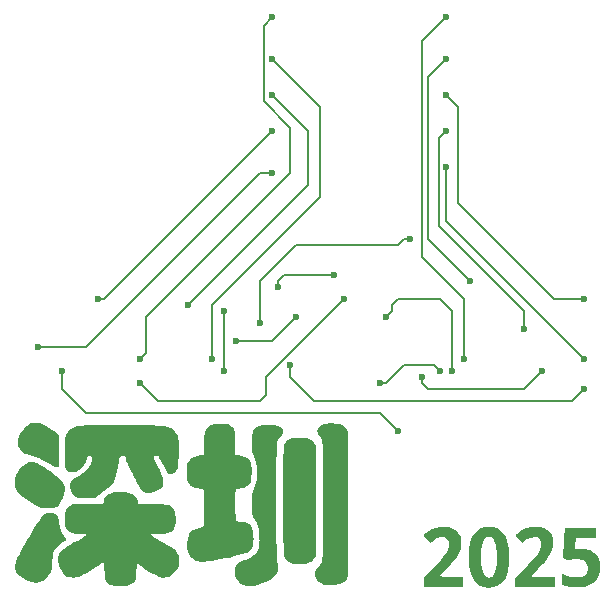
<source format=gbr>
%TF.GenerationSoftware,KiCad,Pcbnew,9.0.6*%
%TF.CreationDate,2025-11-09T23:23:57-08:00*%
%TF.ProjectId,mfzh25_token,6d667a68-3235-45f7-946f-6b656e2e6b69,rev?*%
%TF.SameCoordinates,Original*%
%TF.FileFunction,Copper,L1,Top*%
%TF.FilePolarity,Positive*%
%FSLAX46Y46*%
G04 Gerber Fmt 4.6, Leading zero omitted, Abs format (unit mm)*
G04 Created by KiCad (PCBNEW 9.0.6) date 2025-11-09 23:23:57*
%MOMM*%
%LPD*%
G01*
G04 APERTURE LIST*
%TA.AperFunction,EtchedComponent*%
%ADD10C,0.000000*%
%TD*%
%TA.AperFunction,ViaPad*%
%ADD11C,0.600000*%
%TD*%
%TA.AperFunction,Conductor*%
%ADD12C,0.200000*%
%TD*%
G04 APERTURE END LIST*
D10*
%TA.AperFunction,EtchedComponent*%
%TO.C,G\u002A\u002A\u002A*%
G36*
X84433161Y-140170279D02*
G01*
X84650919Y-140173106D01*
X84807186Y-140182782D01*
X84925216Y-140202896D01*
X85028263Y-140237034D01*
X85111625Y-140274935D01*
X85394394Y-140459423D01*
X85638999Y-140714903D01*
X85840542Y-141034354D01*
X85994122Y-141410754D01*
X86052617Y-141623304D01*
X86082633Y-141772942D01*
X86104181Y-141937829D01*
X86118384Y-142134567D01*
X86126368Y-142379757D01*
X86129256Y-142690001D01*
X86129321Y-142755837D01*
X86124185Y-143155850D01*
X86107126Y-143486804D01*
X86075671Y-143763921D01*
X86027344Y-144002421D01*
X85959672Y-144217527D01*
X85870181Y-144424460D01*
X85852165Y-144460823D01*
X85653298Y-144769097D01*
X85403904Y-145011981D01*
X85110898Y-145186475D01*
X84781195Y-145289583D01*
X84421709Y-145318305D01*
X84039355Y-145269644D01*
X84005173Y-145261637D01*
X83697385Y-145144466D01*
X83427589Y-144952677D01*
X83197362Y-144688243D01*
X83008280Y-144353137D01*
X82861917Y-143949333D01*
X82816727Y-143773533D01*
X82779913Y-143550870D01*
X82754683Y-143266687D01*
X82741031Y-142943477D01*
X82739882Y-142755837D01*
X83778218Y-142755837D01*
X83791314Y-143225341D01*
X83830103Y-143616103D01*
X83895486Y-143930482D01*
X83988365Y-144170839D01*
X84109641Y-144339536D01*
X84260216Y-144438931D01*
X84433161Y-144471343D01*
X84557397Y-144449785D01*
X84687341Y-144395309D01*
X84696128Y-144390108D01*
X84808354Y-144297336D01*
X84894679Y-144185718D01*
X84897768Y-144179925D01*
X84977776Y-143969919D01*
X85040209Y-143694212D01*
X85084520Y-143370182D01*
X85110163Y-143015209D01*
X85116591Y-142646671D01*
X85103258Y-142281948D01*
X85069618Y-141938419D01*
X85015125Y-141633462D01*
X84981780Y-141507151D01*
X84882849Y-141275496D01*
X84747686Y-141109535D01*
X84582817Y-141015593D01*
X84454548Y-140996071D01*
X84274135Y-141024421D01*
X84124023Y-141111864D01*
X84002831Y-141261989D01*
X83909182Y-141478383D01*
X83841696Y-141764635D01*
X83798993Y-142124335D01*
X83779696Y-142561069D01*
X83778218Y-142755837D01*
X82739882Y-142755837D01*
X82738951Y-142603733D01*
X82748435Y-142269947D01*
X82769477Y-141964611D01*
X82802070Y-141710219D01*
X82817362Y-141632131D01*
X82941262Y-141218012D01*
X83113921Y-140865623D01*
X83332771Y-140578761D01*
X83595241Y-140361226D01*
X83727495Y-140286671D01*
X83842431Y-140233916D01*
X83944940Y-140199840D01*
X84058933Y-140180499D01*
X84208321Y-140171949D01*
X84417015Y-140170247D01*
X84433161Y-140170279D01*
G37*
%TD.AperFunction*%
%TA.AperFunction,EtchedComponent*%
G36*
X93528821Y-140678040D02*
G01*
X93528821Y-141123283D01*
X92662908Y-141123283D01*
X91796995Y-141123283D01*
X91774922Y-141239894D01*
X91761514Y-141336316D01*
X91745544Y-141488636D01*
X91729943Y-141668118D01*
X91726218Y-141716939D01*
X91699586Y-142077373D01*
X92264370Y-142077536D01*
X92504744Y-142079274D01*
X92679502Y-142085884D01*
X92807800Y-142099705D01*
X92908791Y-142123074D01*
X93001631Y-142158328D01*
X93029289Y-142170887D01*
X93310352Y-142346702D01*
X93547449Y-142585777D01*
X93723599Y-142870971D01*
X93724331Y-142872555D01*
X93780470Y-143002165D01*
X93816027Y-143114067D01*
X93835391Y-143234471D01*
X93842954Y-143389584D01*
X93843281Y-143582715D01*
X93837024Y-143820087D01*
X93819790Y-143999412D01*
X93787884Y-144147141D01*
X93748198Y-144263208D01*
X93587783Y-144579777D01*
X93374827Y-144834952D01*
X93102681Y-145034761D01*
X92764697Y-145185235D01*
X92712465Y-145202479D01*
X92468221Y-145258432D01*
X92170574Y-145293309D01*
X91848544Y-145306002D01*
X91531152Y-145295403D01*
X91247418Y-145260404D01*
X91238618Y-145258755D01*
X91057819Y-145219529D01*
X90887343Y-145174326D01*
X90763491Y-145132792D01*
X90761573Y-145131996D01*
X90602944Y-145065717D01*
X90602944Y-144616507D01*
X90604052Y-144417417D01*
X90608991Y-144289469D01*
X90620185Y-144219010D01*
X90640056Y-144192387D01*
X90671029Y-144195946D01*
X90677151Y-144198393D01*
X91045978Y-144330685D01*
X91404729Y-144417182D01*
X91742468Y-144457716D01*
X92048261Y-144452121D01*
X92311172Y-144400232D01*
X92520267Y-144301882D01*
X92608547Y-144227739D01*
X92733643Y-144042611D01*
X92797523Y-143826851D01*
X92802760Y-143599649D01*
X92751926Y-143380194D01*
X92647595Y-143187675D01*
X92492339Y-143041282D01*
X92445836Y-143014122D01*
X92268046Y-142952724D01*
X92032756Y-142916571D01*
X91763888Y-142907189D01*
X91485366Y-142926100D01*
X91359507Y-142944914D01*
X91205365Y-142970174D01*
X91102420Y-142974994D01*
X91018601Y-142955025D01*
X90921836Y-142905919D01*
X90876134Y-142879379D01*
X90677483Y-142762962D01*
X90702302Y-142504975D01*
X90712514Y-142388013D01*
X90727459Y-142202370D01*
X90745912Y-141963967D01*
X90766652Y-141688721D01*
X90788456Y-141392553D01*
X90799496Y-141239894D01*
X90871871Y-140232798D01*
X92200346Y-140232798D01*
X93528821Y-140232798D01*
X93528821Y-140678040D01*
G37*
%TD.AperFunction*%
%TA.AperFunction,EtchedComponent*%
G36*
X81067462Y-140211395D02*
G01*
X81401301Y-140335989D01*
X81570640Y-140435579D01*
X81714578Y-140546200D01*
X81822670Y-140666318D01*
X81921355Y-140827170D01*
X81952276Y-140886460D01*
X82024456Y-141035137D01*
X82068526Y-141154091D01*
X82091295Y-141274491D01*
X82099576Y-141427508D01*
X82100409Y-141564386D01*
X82096895Y-141761993D01*
X82082597Y-141907299D01*
X82050911Y-142032708D01*
X81995233Y-142170624D01*
X81962391Y-142241587D01*
X81880574Y-142405262D01*
X81792425Y-142557905D01*
X81689231Y-142710536D01*
X81562286Y-142874176D01*
X81402878Y-143059848D01*
X81202298Y-143278571D01*
X80951837Y-143541368D01*
X80861150Y-143635109D01*
X80672159Y-143831841D01*
X80504923Y-144009530D01*
X80367978Y-144158808D01*
X80269859Y-144270308D01*
X80219103Y-144334661D01*
X80213963Y-144345376D01*
X80255901Y-144360469D01*
X80379964Y-144372428D01*
X80583519Y-144381141D01*
X80863938Y-144386499D01*
X81218590Y-144388389D01*
X81231659Y-144388391D01*
X82249355Y-144388391D01*
X82249355Y-144812431D01*
X82249355Y-145236471D01*
X80574397Y-145236471D01*
X78899438Y-145236471D01*
X78899438Y-144874571D01*
X78899438Y-144512671D01*
X79771507Y-143570648D01*
X80084633Y-143230078D01*
X80343320Y-142942098D01*
X80552642Y-142698880D01*
X80717675Y-142492596D01*
X80843494Y-142315419D01*
X80935175Y-142159519D01*
X80997792Y-142017070D01*
X81036421Y-141880243D01*
X81056138Y-141741210D01*
X81062018Y-141592143D01*
X81062043Y-141580155D01*
X81057343Y-141431133D01*
X81035066Y-141332937D01*
X80982948Y-141251749D01*
X80917869Y-141182648D01*
X80831101Y-141102975D01*
X80752933Y-141059837D01*
X80651809Y-141042302D01*
X80504430Y-141039406D01*
X80272371Y-141058894D01*
X80062448Y-141122293D01*
X79848547Y-141239620D01*
X79694146Y-141350206D01*
X79580848Y-141432748D01*
X79493012Y-141488877D01*
X79456028Y-141504919D01*
X79409787Y-141473898D01*
X79330399Y-141392509D01*
X79231715Y-141278263D01*
X79127588Y-141148671D01*
X79031871Y-141021246D01*
X78958415Y-140913496D01*
X78921074Y-140842935D01*
X78920060Y-140827393D01*
X78964994Y-140784292D01*
X79060958Y-140707555D01*
X79189321Y-140611919D01*
X79223971Y-140587012D01*
X79572490Y-140381546D01*
X79944124Y-140240410D01*
X80325848Y-140164446D01*
X80704636Y-140154494D01*
X81067462Y-140211395D01*
G37*
%TD.AperFunction*%
%TA.AperFunction,EtchedComponent*%
G36*
X88723714Y-140182950D02*
G01*
X89061887Y-140279344D01*
X89346274Y-140431708D01*
X89574301Y-140633288D01*
X89743393Y-140877333D01*
X89850974Y-141157088D01*
X89894470Y-141465801D01*
X89871306Y-141796719D01*
X89778907Y-142143088D01*
X89614698Y-142498155D01*
X89376104Y-142855167D01*
X89369356Y-142863814D01*
X89282348Y-142967001D01*
X89148182Y-143116297D01*
X88979699Y-143297872D01*
X88789740Y-143497899D01*
X88591146Y-143702546D01*
X88580743Y-143713137D01*
X88399313Y-143900408D01*
X88242282Y-144067664D01*
X88118038Y-144205537D01*
X88034970Y-144304654D01*
X88001467Y-144355645D01*
X88001841Y-144359798D01*
X88050576Y-144367818D01*
X88172046Y-144374969D01*
X88354181Y-144380920D01*
X88584908Y-144385337D01*
X88852158Y-144387889D01*
X89041063Y-144388391D01*
X90051692Y-144388391D01*
X90051692Y-144812431D01*
X90051692Y-145236471D01*
X88355532Y-145236471D01*
X86659372Y-145236471D01*
X86660201Y-144886638D01*
X86661031Y-144536805D01*
X87408697Y-143731129D01*
X87734762Y-143377940D01*
X88006698Y-143078373D01*
X88229604Y-142825347D01*
X88408578Y-142611784D01*
X88548721Y-142430605D01*
X88655129Y-142274731D01*
X88732903Y-142137082D01*
X88787141Y-142010579D01*
X88822941Y-141888145D01*
X88845402Y-141762698D01*
X88849440Y-141730808D01*
X88850889Y-141478007D01*
X88789320Y-141281499D01*
X88665558Y-141142271D01*
X88480431Y-141061313D01*
X88270724Y-141039047D01*
X87987023Y-141081296D01*
X87691962Y-141207279D01*
X87424944Y-141385993D01*
X87236427Y-141532494D01*
X86969101Y-141217934D01*
X86854696Y-141079687D01*
X86764743Y-140964085D01*
X86711300Y-140887007D01*
X86701776Y-140865901D01*
X86734839Y-140816461D01*
X86822174Y-140735793D01*
X86945998Y-140637397D01*
X87088527Y-140534772D01*
X87231980Y-140441417D01*
X87345114Y-140377524D01*
X87626565Y-140265481D01*
X87948184Y-140186647D01*
X88268707Y-140150543D01*
X88334330Y-140149280D01*
X88723714Y-140182950D01*
G37*
%TD.AperFunction*%
%TA.AperFunction,EtchedComponent*%
G36*
X53599429Y-137223720D02*
G01*
X53929554Y-137268139D01*
X54193369Y-137349348D01*
X54397289Y-137470505D01*
X54547729Y-137634764D01*
X54651107Y-137845282D01*
X54680673Y-137942982D01*
X54752385Y-138218608D01*
X55981087Y-138243287D01*
X56300529Y-138250752D01*
X56596426Y-138259659D01*
X56856986Y-138269496D01*
X57070415Y-138279751D01*
X57224923Y-138289912D01*
X57308718Y-138299469D01*
X57315799Y-138301214D01*
X57507487Y-138400089D01*
X57677114Y-138558481D01*
X57794367Y-138744059D01*
X57846497Y-138899984D01*
X57880784Y-139101054D01*
X57900446Y-139363993D01*
X57900432Y-139753417D01*
X57859623Y-140071255D01*
X57774840Y-140321933D01*
X57642903Y-140509876D01*
X57460632Y-140639509D01*
X57224847Y-140715257D01*
X56932370Y-140741544D01*
X56910490Y-140741646D01*
X56696389Y-140745073D01*
X56446591Y-140754129D01*
X56209880Y-140766979D01*
X56176068Y-140769293D01*
X55786580Y-140796940D01*
X55883326Y-140900801D01*
X55977117Y-140979440D01*
X56136504Y-141087907D01*
X56350476Y-141219644D01*
X56608022Y-141368096D01*
X56898133Y-141526704D01*
X57188587Y-141678125D01*
X57492716Y-141845570D01*
X57727453Y-142005878D01*
X57906135Y-142170577D01*
X58042099Y-142351192D01*
X58109810Y-142474210D01*
X58173008Y-142617928D01*
X58208516Y-142748787D01*
X58223402Y-142902193D01*
X58225289Y-143052665D01*
X58219192Y-143245234D01*
X58198456Y-143387828D01*
X58155757Y-143514965D01*
X58104564Y-143621613D01*
X57952756Y-143861870D01*
X57762117Y-144083888D01*
X57553434Y-144266605D01*
X57347495Y-144388954D01*
X57347152Y-144389102D01*
X57101009Y-144458330D01*
X56830348Y-144462975D01*
X56531846Y-144401751D01*
X56202178Y-144273369D01*
X55838023Y-144076543D01*
X55436055Y-143809985D01*
X55004781Y-143481902D01*
X54867514Y-143375883D01*
X54752120Y-143294124D01*
X54676347Y-143248891D01*
X54660085Y-143243719D01*
X54637451Y-143283485D01*
X54617161Y-143403915D01*
X54599055Y-143606359D01*
X54582978Y-143892165D01*
X54582103Y-143911346D01*
X54569349Y-144169974D01*
X54556289Y-144359954D01*
X54540371Y-144497414D01*
X54519043Y-144598485D01*
X54489754Y-144679296D01*
X54449952Y-144755976D01*
X54447925Y-144759498D01*
X54321925Y-144919093D01*
X54147093Y-145035999D01*
X53910784Y-145117265D01*
X53748382Y-145149592D01*
X53511665Y-145175271D01*
X53235041Y-145186163D01*
X52961289Y-145181626D01*
X52757368Y-145164447D01*
X52453472Y-145093926D01*
X52216152Y-144971130D01*
X52044039Y-144794536D01*
X51935763Y-144562619D01*
X51889952Y-144273855D01*
X51888103Y-144197573D01*
X51884375Y-144003915D01*
X51874957Y-143796807D01*
X51861331Y-143593480D01*
X51844977Y-143411162D01*
X51827378Y-143267083D01*
X51810014Y-143178472D01*
X51798788Y-143158675D01*
X51753962Y-143181337D01*
X51651532Y-143244060D01*
X51503844Y-143338951D01*
X51323240Y-143458114D01*
X51178762Y-143555182D01*
X50932564Y-143715680D01*
X50661086Y-143882628D01*
X50392736Y-144039145D01*
X50155919Y-144168354D01*
X50092540Y-144200628D01*
X49873575Y-144307092D01*
X49708086Y-144379725D01*
X49575217Y-144425527D01*
X49454113Y-144451501D01*
X49323918Y-144464649D01*
X49302299Y-144465949D01*
X49001571Y-144456862D01*
X48747541Y-144388520D01*
X48530594Y-144254779D01*
X48341116Y-144049497D01*
X48169493Y-143766528D01*
X48151338Y-143730490D01*
X48007737Y-143366750D01*
X47945133Y-143019775D01*
X47963813Y-142691916D01*
X48005490Y-142530531D01*
X48064841Y-142388867D01*
X48149178Y-142260699D01*
X48268689Y-142137377D01*
X48433559Y-142010251D01*
X48653975Y-141870671D01*
X48940124Y-141709987D01*
X49025816Y-141664073D01*
X49334823Y-141496028D01*
X49616244Y-141335845D01*
X49861711Y-141188823D01*
X50062854Y-141060259D01*
X50211306Y-140955453D01*
X50298698Y-140879702D01*
X50319138Y-140845293D01*
X50279079Y-140815704D01*
X50168268Y-140788930D01*
X50000753Y-140766678D01*
X49790583Y-140750659D01*
X49551807Y-140742580D01*
X49469442Y-140741948D01*
X49176180Y-140708388D01*
X48935766Y-140608922D01*
X48749270Y-140444332D01*
X48617761Y-140215398D01*
X48576376Y-140089998D01*
X48558275Y-139973711D01*
X48546629Y-139796219D01*
X48542511Y-139580952D01*
X48545053Y-139407337D01*
X48563009Y-139098900D01*
X48599914Y-138860375D01*
X48661219Y-138677948D01*
X48752372Y-138537803D01*
X48878822Y-138426127D01*
X48950014Y-138380704D01*
X49141693Y-138268373D01*
X50440682Y-138249002D01*
X50805285Y-138242217D01*
X51124603Y-138233572D01*
X51390787Y-138223426D01*
X51595989Y-138212139D01*
X51732362Y-138200070D01*
X51792058Y-138187577D01*
X51792677Y-138187125D01*
X51830620Y-138117382D01*
X51846613Y-138011997D01*
X51873421Y-137851111D01*
X51941017Y-137680556D01*
X52033215Y-137533904D01*
X52114838Y-137455676D01*
X52295521Y-137354945D01*
X52492156Y-137284533D01*
X52723749Y-137240176D01*
X53009306Y-137217609D01*
X53196578Y-137212937D01*
X53599429Y-137223720D01*
G37*
%TD.AperFunction*%
%TA.AperFunction,EtchedComponent*%
G36*
X66264656Y-131538729D02*
G01*
X66544288Y-131598258D01*
X66768589Y-131687682D01*
X66926267Y-131804326D01*
X66959908Y-131845673D01*
X67013867Y-131953396D01*
X67019457Y-132066977D01*
X66972783Y-132201171D01*
X66869951Y-132370733D01*
X66793100Y-132477635D01*
X66678430Y-132645665D01*
X66577972Y-132817859D01*
X66508835Y-132964108D01*
X66496272Y-133000011D01*
X66485404Y-133078492D01*
X66475428Y-133235114D01*
X66466344Y-133463214D01*
X66458151Y-133756127D01*
X66450849Y-134107193D01*
X66444439Y-134509746D01*
X66438920Y-134957125D01*
X66434292Y-135442666D01*
X66430556Y-135959707D01*
X66427712Y-136501584D01*
X66425759Y-137061635D01*
X66424697Y-137633196D01*
X66424527Y-138209605D01*
X66425248Y-138784198D01*
X66426861Y-139350313D01*
X66429365Y-139901286D01*
X66432760Y-140430455D01*
X66437047Y-140931156D01*
X66442226Y-141396727D01*
X66448296Y-141820505D01*
X66455258Y-142195826D01*
X66463110Y-142516027D01*
X66471855Y-142774447D01*
X66481491Y-142964421D01*
X66492018Y-143079287D01*
X66496266Y-143101909D01*
X66544153Y-143364286D01*
X66557364Y-143631193D01*
X66536342Y-143875252D01*
X66481532Y-144069084D01*
X66480548Y-144071265D01*
X66347288Y-144274461D01*
X66143533Y-144469966D01*
X65883561Y-144652499D01*
X65581651Y-144816777D01*
X65252081Y-144957520D01*
X64909130Y-145069444D01*
X64567076Y-145147268D01*
X64240197Y-145185709D01*
X63942773Y-145179487D01*
X63689081Y-145123318D01*
X63663359Y-145113419D01*
X63415257Y-144988356D01*
X63228955Y-144831784D01*
X63082187Y-144623365D01*
X63041389Y-144545362D01*
X62938029Y-144260568D01*
X62902256Y-143975240D01*
X62932891Y-143704777D01*
X63028759Y-143464581D01*
X63134901Y-143321792D01*
X63222221Y-143240657D01*
X63328790Y-143168489D01*
X63471238Y-143096612D01*
X63666194Y-143016348D01*
X63854769Y-142946190D01*
X64214351Y-142784616D01*
X64500361Y-142586037D01*
X64716957Y-142347366D01*
X64769479Y-142266721D01*
X64866541Y-142092321D01*
X64934037Y-141932706D01*
X64976654Y-141765963D01*
X64999080Y-141570181D01*
X65006001Y-141323449D01*
X65005002Y-141165687D01*
X64988780Y-140762070D01*
X64948590Y-140422282D01*
X64879327Y-140127468D01*
X64775887Y-139858771D01*
X64633165Y-139597338D01*
X64543330Y-139460326D01*
X64479005Y-139356589D01*
X64430124Y-139248035D01*
X64395065Y-139122078D01*
X64372203Y-138966130D01*
X64359917Y-138767605D01*
X64356583Y-138513918D01*
X64360579Y-138192482D01*
X64363345Y-138064399D01*
X64370259Y-137794507D01*
X64378325Y-137591779D01*
X64390023Y-137438578D01*
X64407833Y-137317271D01*
X64434237Y-137210222D01*
X64471713Y-137099796D01*
X64514607Y-136988892D01*
X64627684Y-136684756D01*
X64706091Y-136421071D01*
X64755521Y-136167639D01*
X64781665Y-135894258D01*
X64790214Y-135570731D01*
X64790329Y-135525954D01*
X64776299Y-135109561D01*
X64730963Y-134753515D01*
X64650291Y-134437858D01*
X64530250Y-134142633D01*
X64497764Y-134077682D01*
X64456606Y-133995560D01*
X64426471Y-133922261D01*
X64405681Y-133843039D01*
X64392555Y-133743148D01*
X64385415Y-133607840D01*
X64382582Y-133422370D01*
X64382374Y-133171989D01*
X64382611Y-133066521D01*
X64384694Y-132772013D01*
X64390010Y-132548663D01*
X64399617Y-132382847D01*
X64414575Y-132260944D01*
X64435942Y-132169331D01*
X64456755Y-132112431D01*
X64570761Y-131911923D01*
X64727165Y-131757642D01*
X64935292Y-131644689D01*
X65204467Y-131568167D01*
X65544014Y-131523178D01*
X65584580Y-131520052D01*
X65940989Y-131511769D01*
X66264656Y-131538729D01*
G37*
%TD.AperFunction*%
%TA.AperFunction,EtchedComponent*%
G36*
X71257125Y-131418929D02*
G01*
X71480980Y-131427709D01*
X71643157Y-131440992D01*
X71766787Y-131463008D01*
X71874999Y-131497982D01*
X71990924Y-131550143D01*
X72000349Y-131554755D01*
X72225419Y-131700592D01*
X72384830Y-131890646D01*
X72490671Y-132139581D01*
X72495055Y-132154835D01*
X72502223Y-132207073D01*
X72508612Y-132311767D01*
X72514235Y-132471454D01*
X72519108Y-132688670D01*
X72523245Y-132965951D01*
X72526660Y-133305835D01*
X72529367Y-133710857D01*
X72531381Y-134183553D01*
X72532717Y-134726461D01*
X72533388Y-135342117D01*
X72533410Y-136033057D01*
X72532796Y-136801818D01*
X72531561Y-137650935D01*
X72530228Y-138345820D01*
X72517635Y-144367189D01*
X72416438Y-144572752D01*
X72308774Y-144741216D01*
X72164789Y-144866428D01*
X71965061Y-144962985D01*
X71843283Y-145003563D01*
X71654754Y-145043871D01*
X71412886Y-145072342D01*
X71145984Y-145087926D01*
X70882358Y-145089569D01*
X70650315Y-145076221D01*
X70503445Y-145053347D01*
X70216886Y-144961656D01*
X70002384Y-144834310D01*
X69852219Y-144664424D01*
X69758669Y-144445114D01*
X69741602Y-144374073D01*
X69714980Y-144165505D01*
X69734577Y-143982350D01*
X69807227Y-143802714D01*
X69939767Y-143604702D01*
X70008836Y-143518169D01*
X70065343Y-143451869D01*
X70115907Y-143394249D01*
X70160863Y-143340501D01*
X70200545Y-143285815D01*
X70235285Y-143225383D01*
X70265419Y-143154395D01*
X70291281Y-143068043D01*
X70313204Y-142961518D01*
X70331522Y-142830011D01*
X70346569Y-142668712D01*
X70358680Y-142472814D01*
X70368188Y-142237507D01*
X70375427Y-141957981D01*
X70380732Y-141629429D01*
X70384435Y-141247042D01*
X70386872Y-140806009D01*
X70388377Y-140301524D01*
X70389282Y-139728775D01*
X70389922Y-139082955D01*
X70390632Y-138359255D01*
X70391052Y-138014749D01*
X70392150Y-137249694D01*
X70393119Y-136564645D01*
X70393693Y-135954803D01*
X70393607Y-135415365D01*
X70392595Y-134941531D01*
X70390389Y-134528501D01*
X70386724Y-134171472D01*
X70381334Y-133865643D01*
X70373952Y-133606215D01*
X70364313Y-133388386D01*
X70352149Y-133207354D01*
X70337196Y-133058319D01*
X70319186Y-132936480D01*
X70297853Y-132837036D01*
X70272932Y-132755186D01*
X70244156Y-132686129D01*
X70211259Y-132625063D01*
X70173975Y-132567188D01*
X70132037Y-132507703D01*
X70085180Y-132441807D01*
X70081792Y-132436950D01*
X69959632Y-132245578D01*
X69894496Y-132097732D01*
X69882490Y-131977932D01*
X69919724Y-131870698D01*
X69933708Y-131847909D01*
X70033961Y-131719559D01*
X70153855Y-131624355D01*
X70317249Y-131546604D01*
X70472650Y-131493421D01*
X70620108Y-131452497D01*
X70760712Y-131427538D01*
X70920445Y-131416077D01*
X71125287Y-131415647D01*
X71257125Y-131418929D01*
G37*
%TD.AperFunction*%
%TA.AperFunction,EtchedComponent*%
G36*
X47530410Y-139024568D02*
G01*
X47723488Y-139087463D01*
X47839930Y-139154833D01*
X47923816Y-139244671D01*
X47982178Y-139372470D01*
X48022050Y-139553723D01*
X48050462Y-139803924D01*
X48050878Y-139808758D01*
X48097429Y-140166139D01*
X48172855Y-140457279D01*
X48282500Y-140697414D01*
X48431705Y-140901781D01*
X48435671Y-140906211D01*
X48557633Y-141056378D01*
X48610346Y-141171529D01*
X48591173Y-141268197D01*
X48497478Y-141362915D01*
X48347351Y-141460101D01*
X48090507Y-141636991D01*
X47864371Y-141842138D01*
X47687426Y-142056947D01*
X47597636Y-142214289D01*
X47559554Y-142314660D01*
X47531096Y-142431163D01*
X47509844Y-142580909D01*
X47493377Y-142781011D01*
X47479275Y-143048582D01*
X47479093Y-143052665D01*
X47466746Y-143304552D01*
X47453467Y-143490667D01*
X47435992Y-143630012D01*
X47411060Y-143741591D01*
X47375407Y-143844406D01*
X47325772Y-143957463D01*
X47322573Y-143964351D01*
X47128042Y-144311087D01*
X46903814Y-144580012D01*
X46651243Y-144770358D01*
X46371683Y-144881356D01*
X46066486Y-144912238D01*
X45739505Y-144862898D01*
X45489406Y-144775666D01*
X45225588Y-144647509D01*
X44965884Y-144490638D01*
X44728126Y-144317262D01*
X44530148Y-144139590D01*
X44389782Y-143969833D01*
X44359268Y-143917872D01*
X44300242Y-143714701D01*
X44304933Y-143460226D01*
X44372518Y-143158164D01*
X44502177Y-142812230D01*
X44686728Y-142437807D01*
X44826299Y-142184672D01*
X44987101Y-141899196D01*
X45163671Y-141590541D01*
X45350549Y-141267869D01*
X45542274Y-140940344D01*
X45733384Y-140617128D01*
X45918418Y-140307384D01*
X46091915Y-140020274D01*
X46248414Y-139764960D01*
X46382453Y-139550606D01*
X46488572Y-139386374D01*
X46561310Y-139281427D01*
X46585823Y-139251562D01*
X46774032Y-139116426D01*
X47009745Y-139031306D01*
X47269644Y-138999565D01*
X47530410Y-139024568D01*
G37*
%TD.AperFunction*%
%TA.AperFunction,EtchedComponent*%
G36*
X68649634Y-132623608D02*
G01*
X68828663Y-132629567D01*
X68960161Y-132642042D01*
X69062752Y-132663281D01*
X69155063Y-132695530D01*
X69208574Y-132718946D01*
X69390711Y-132812941D01*
X69517504Y-132910521D01*
X69615917Y-133035692D01*
X69670478Y-133130127D01*
X69761375Y-133299743D01*
X69761375Y-137967489D01*
X69761375Y-142635235D01*
X69632750Y-142843300D01*
X69520542Y-142993321D01*
X69381651Y-143106986D01*
X69256868Y-143177818D01*
X69147256Y-143231031D01*
X69050366Y-143267329D01*
X68945122Y-143290413D01*
X68810450Y-143303981D01*
X68625275Y-143311735D01*
X68473807Y-143315286D01*
X68201752Y-143316857D01*
X67994155Y-143307766D01*
X67831161Y-143286483D01*
X67708444Y-143256330D01*
X67491397Y-143158280D01*
X67298647Y-143012375D01*
X67150916Y-142837714D01*
X67073387Y-142671029D01*
X67065099Y-142607384D01*
X67057690Y-142478735D01*
X67051142Y-142283137D01*
X67045435Y-142018643D01*
X67040551Y-141683310D01*
X67036471Y-141275191D01*
X67033176Y-140792343D01*
X67030648Y-140232819D01*
X67028867Y-139594675D01*
X67027814Y-138875966D01*
X67027472Y-138074746D01*
X67027484Y-137921780D01*
X67027645Y-137198403D01*
X67027951Y-136554953D01*
X67028483Y-135986550D01*
X67029321Y-135488313D01*
X67030547Y-135055360D01*
X67032243Y-134682812D01*
X67034489Y-134365787D01*
X67037366Y-134099405D01*
X67040957Y-133878785D01*
X67045340Y-133699046D01*
X67050599Y-133555308D01*
X67056815Y-133442689D01*
X67064067Y-133356309D01*
X67072438Y-133291288D01*
X67082009Y-133242744D01*
X67092860Y-133205797D01*
X67105074Y-133175565D01*
X67106462Y-133172531D01*
X67212086Y-132995452D01*
X67355887Y-132857086D01*
X67559394Y-132737614D01*
X67599299Y-132718759D01*
X67693592Y-132679132D01*
X67786794Y-132651902D01*
X67897525Y-132634830D01*
X68044406Y-132625677D01*
X68246055Y-132622204D01*
X68404447Y-132621917D01*
X68649634Y-132623608D01*
G37*
%TD.AperFunction*%
%TA.AperFunction,EtchedComponent*%
G36*
X61867077Y-131435972D02*
G01*
X62056358Y-131452733D01*
X62336222Y-131501036D01*
X62546818Y-131575419D01*
X62701575Y-131683164D01*
X62813924Y-131831551D01*
X62837030Y-131876000D01*
X62866935Y-131943099D01*
X62890080Y-132013436D01*
X62907594Y-132099170D01*
X62920605Y-132212462D01*
X62930242Y-132365472D01*
X62937633Y-132570361D01*
X62943907Y-132839289D01*
X62948286Y-133074896D01*
X62966016Y-134080593D01*
X63162193Y-134103612D01*
X63496089Y-134152257D01*
X63756293Y-134215712D01*
X63953653Y-134302033D01*
X64099016Y-134419274D01*
X64203230Y-134575491D01*
X64277141Y-134778741D01*
X64318337Y-134962203D01*
X64340271Y-135152568D01*
X64347675Y-135390887D01*
X64341830Y-135651703D01*
X64324015Y-135909553D01*
X64295511Y-136138980D01*
X64257599Y-136314522D01*
X64248989Y-136340957D01*
X64129630Y-136555921D01*
X63944821Y-136727528D01*
X63705418Y-136849426D01*
X63422278Y-136915267D01*
X63249856Y-136925286D01*
X63110455Y-136937783D01*
X63017066Y-136970687D01*
X63002516Y-136983373D01*
X62987777Y-137032017D01*
X62976581Y-137141159D01*
X62968806Y-137315453D01*
X62964326Y-137559548D01*
X62963019Y-137878098D01*
X62964760Y-138275754D01*
X62965521Y-138372104D01*
X62976734Y-139702748D01*
X63443178Y-139723950D01*
X63741073Y-139749705D01*
X63968866Y-139803385D01*
X64139479Y-139895606D01*
X64265833Y-140036984D01*
X64360849Y-140238134D01*
X64437448Y-140509671D01*
X64446107Y-140547901D01*
X64477908Y-140747934D01*
X64496336Y-140984707D01*
X64501412Y-141233079D01*
X64493158Y-141467909D01*
X64471597Y-141664057D01*
X64445043Y-141775486D01*
X64348620Y-141959199D01*
X64200079Y-142142249D01*
X64026656Y-142294054D01*
X63930717Y-142353053D01*
X63754057Y-142427236D01*
X63506517Y-142508446D01*
X63201464Y-142593993D01*
X62852266Y-142681186D01*
X62472291Y-142767334D01*
X62074908Y-142849746D01*
X61673485Y-142925731D01*
X61281390Y-142992597D01*
X60911990Y-143047654D01*
X60578655Y-143088210D01*
X60294753Y-143111574D01*
X60139368Y-143116271D01*
X59940220Y-143113334D01*
X59798131Y-143101058D01*
X59685454Y-143074240D01*
X59574544Y-143027681D01*
X59519196Y-142999609D01*
X59288851Y-142832209D01*
X59109529Y-142598181D01*
X58981957Y-142299183D01*
X58906863Y-141936871D01*
X58884747Y-141554422D01*
X58912752Y-141192509D01*
X58998743Y-140891464D01*
X59145683Y-140647621D01*
X59356538Y-140457310D01*
X59634271Y-140316865D01*
X59957141Y-140227397D01*
X60146375Y-140173015D01*
X60256016Y-140101278D01*
X60264570Y-140090301D01*
X60281555Y-140053674D01*
X60295242Y-139991812D01*
X60305960Y-139896472D01*
X60314036Y-139759412D01*
X60319797Y-139572389D01*
X60323569Y-139327160D01*
X60325681Y-139015483D01*
X60326459Y-138629116D01*
X60326483Y-138530232D01*
X60326481Y-138119235D01*
X60325442Y-137785097D01*
X60321821Y-137519873D01*
X60314073Y-137315613D01*
X60300652Y-137164372D01*
X60280013Y-137058203D01*
X60250609Y-136989158D01*
X60210895Y-136949291D01*
X60159326Y-136930655D01*
X60094356Y-136925302D01*
X60014439Y-136925286D01*
X60014333Y-136925286D01*
X59808123Y-136906919D01*
X59585098Y-136857961D01*
X59377415Y-136787626D01*
X59217230Y-136705127D01*
X59198171Y-136691425D01*
X59093785Y-136586107D01*
X58998251Y-136449101D01*
X58975959Y-136406990D01*
X58905219Y-136202853D01*
X58855262Y-135941662D01*
X58828928Y-135649250D01*
X58829057Y-135351452D01*
X58842070Y-135189120D01*
X58890825Y-134889528D01*
X58967394Y-134652345D01*
X59081410Y-134468855D01*
X59242507Y-134330340D01*
X59460318Y-134228083D01*
X59744477Y-134153366D01*
X60039268Y-134105805D01*
X60164388Y-134080201D01*
X60252267Y-134045608D01*
X60271957Y-134028762D01*
X60282479Y-133973134D01*
X60293889Y-133845702D01*
X60305431Y-133659459D01*
X60316347Y-133427393D01*
X60325880Y-133162494D01*
X60329270Y-133045319D01*
X60338244Y-132735163D01*
X60347222Y-132497214D01*
X60357521Y-132318880D01*
X60370462Y-132187571D01*
X60387361Y-132090694D01*
X60409537Y-132015659D01*
X60438310Y-131949874D01*
X60445454Y-131935785D01*
X60528291Y-131807079D01*
X60624891Y-131699493D01*
X60654154Y-131675777D01*
X60880908Y-131558155D01*
X61169293Y-131477286D01*
X61503339Y-131435712D01*
X61867077Y-131435972D01*
G37*
%TD.AperFunction*%
%TA.AperFunction,EtchedComponent*%
G36*
X45925014Y-134707653D02*
G01*
X46173524Y-134784571D01*
X46453936Y-134916298D01*
X46773637Y-135105343D01*
X47140015Y-135354214D01*
X47276134Y-135452615D01*
X47576797Y-135675527D01*
X47815863Y-135859911D01*
X48002456Y-136014044D01*
X48145701Y-136146203D01*
X48254724Y-136264665D01*
X48338650Y-136377706D01*
X48390153Y-136463077D01*
X48458385Y-136597923D01*
X48496128Y-136715140D01*
X48511334Y-136850306D01*
X48512420Y-137010094D01*
X48466578Y-137361864D01*
X48339726Y-137730254D01*
X48133191Y-138111568D01*
X48096158Y-138168540D01*
X47999168Y-138311334D01*
X47918210Y-138410356D01*
X47834479Y-138474489D01*
X47729171Y-138512615D01*
X47583484Y-138533617D01*
X47378613Y-138546376D01*
X47287251Y-138550639D01*
X47077875Y-138562009D01*
X46890974Y-138575356D01*
X46747789Y-138588961D01*
X46672393Y-138600362D01*
X46544703Y-138594258D01*
X46370604Y-138522259D01*
X46366721Y-138520195D01*
X46205117Y-138426835D01*
X45994139Y-138294551D01*
X45752011Y-138135634D01*
X45496955Y-137962374D01*
X45247195Y-137787064D01*
X45020955Y-137621993D01*
X44911118Y-137538446D01*
X44675595Y-137341967D01*
X44505751Y-137164587D01*
X44389862Y-136990747D01*
X44316206Y-136804888D01*
X44295421Y-136721263D01*
X44274334Y-136437644D01*
X44319339Y-136130166D01*
X44421930Y-135815310D01*
X44573598Y-135509559D01*
X44765838Y-135229393D01*
X44990142Y-134991296D01*
X45238004Y-134811748D01*
X45297018Y-134780678D01*
X45494149Y-134708215D01*
X45701018Y-134683038D01*
X45925014Y-134707653D01*
G37*
%TD.AperFunction*%
%TA.AperFunction,EtchedComponent*%
G36*
X52148785Y-131566130D02*
G01*
X52672652Y-131566746D01*
X53274245Y-131567841D01*
X53379369Y-131568056D01*
X54067235Y-131569928D01*
X54673516Y-131572571D01*
X55201430Y-131576036D01*
X55654196Y-131580374D01*
X56035034Y-131585636D01*
X56347162Y-131591874D01*
X56593801Y-131599139D01*
X56778168Y-131607483D01*
X56903483Y-131616957D01*
X56962507Y-131625205D01*
X57251842Y-131707409D01*
X57522419Y-131827668D01*
X57750703Y-131973858D01*
X57887368Y-132101688D01*
X57963201Y-132196099D01*
X58024104Y-132290345D01*
X58071562Y-132394621D01*
X58107059Y-132519123D01*
X58132079Y-132674047D01*
X58148109Y-132869589D01*
X58156632Y-133115944D01*
X58159132Y-133423309D01*
X58157095Y-133801880D01*
X58155679Y-133944313D01*
X58151558Y-134300494D01*
X58147145Y-134582158D01*
X58141686Y-134799594D01*
X58134431Y-134963093D01*
X58124627Y-135082944D01*
X58111522Y-135169436D01*
X58094364Y-135232860D01*
X58072400Y-135283505D01*
X58055576Y-135313790D01*
X57917652Y-135481479D01*
X57736738Y-135607171D01*
X57536230Y-135679565D01*
X57339524Y-135687359D01*
X57298981Y-135679257D01*
X57224902Y-135635875D01*
X57150615Y-135535564D01*
X57076348Y-135388363D01*
X56911957Y-135033490D01*
X56765611Y-134732024D01*
X56640202Y-134489412D01*
X56538621Y-134311102D01*
X56463759Y-134202540D01*
X56430750Y-134171934D01*
X56309477Y-134135421D01*
X56170439Y-134130612D01*
X56059370Y-134158629D01*
X56052552Y-134162644D01*
X56041782Y-134194391D01*
X56056418Y-134266276D01*
X56099424Y-134386059D01*
X56173763Y-134561502D01*
X56282398Y-134800365D01*
X56356513Y-134958769D01*
X56548134Y-135379453D01*
X56693925Y-135736110D01*
X56793613Y-136036249D01*
X56846921Y-136287379D01*
X56853576Y-136497007D01*
X56813303Y-136672641D01*
X56725826Y-136821791D01*
X56590872Y-136951964D01*
X56408164Y-137070669D01*
X56276717Y-137138921D01*
X55984559Y-137256359D01*
X55712675Y-137317641D01*
X55476388Y-137319871D01*
X55399262Y-137304672D01*
X55267026Y-137256791D01*
X55147153Y-137182763D01*
X55032079Y-137073156D01*
X54914237Y-136918540D01*
X54786064Y-136709482D01*
X54639993Y-136436552D01*
X54535484Y-136227787D01*
X54403378Y-135961501D01*
X54264231Y-135685079D01*
X54129918Y-135421843D01*
X54012313Y-135195114D01*
X53945701Y-135069519D01*
X53832488Y-134849986D01*
X53759874Y-134684288D01*
X53721458Y-134555667D01*
X53710809Y-134454661D01*
X53702476Y-134329012D01*
X53682490Y-134235567D01*
X53674916Y-134219462D01*
X53607769Y-134180271D01*
X53492905Y-134163312D01*
X53364430Y-134168503D01*
X53256446Y-134195761D01*
X53217697Y-134220574D01*
X53184964Y-134287904D01*
X53147801Y-134418482D01*
X53111625Y-134591321D01*
X53093228Y-134702673D01*
X53024590Y-135101850D01*
X52941958Y-135482656D01*
X52849182Y-135832077D01*
X52750113Y-136137100D01*
X52648601Y-136384711D01*
X52548495Y-136561897D01*
X52539594Y-136574067D01*
X52449181Y-136666403D01*
X52313940Y-136773240D01*
X52175566Y-136863796D01*
X52028811Y-136960716D01*
X51849348Y-137095202D01*
X51665245Y-137245672D01*
X51569695Y-137329677D01*
X51415923Y-137463612D01*
X51271803Y-137579138D01*
X51156294Y-137661583D01*
X51100898Y-137692461D01*
X51007742Y-137712916D01*
X50849603Y-137730292D01*
X50646271Y-137744020D01*
X50417535Y-137753531D01*
X50183182Y-137758256D01*
X49963003Y-137757624D01*
X49776785Y-137751068D01*
X49644317Y-137738017D01*
X49627326Y-137734855D01*
X49427829Y-137663361D01*
X49268947Y-137534378D01*
X49135166Y-137334960D01*
X49125289Y-137315977D01*
X49021723Y-137050206D01*
X48978763Y-136787110D01*
X48995816Y-136542413D01*
X49072290Y-136331836D01*
X49167067Y-136206946D01*
X49249403Y-136141507D01*
X49386355Y-136048941D01*
X49557851Y-135942287D01*
X49718284Y-135848887D01*
X50079577Y-135621900D01*
X50362167Y-135389424D01*
X50572128Y-135143648D01*
X50715533Y-134876763D01*
X50798455Y-134580958D01*
X50817783Y-134434968D01*
X50826770Y-134304451D01*
X50816079Y-134232288D01*
X50776041Y-134192618D01*
X50717752Y-134167419D01*
X50579340Y-134140801D01*
X50475614Y-134184258D01*
X50400031Y-134302618D01*
X50360778Y-134430866D01*
X50278668Y-134697890D01*
X50164536Y-134910036D01*
X50002033Y-135095773D01*
X49953521Y-135140021D01*
X49684311Y-135349737D01*
X49432516Y-135491418D01*
X49205462Y-135561310D01*
X49117476Y-135568358D01*
X48983513Y-135558161D01*
X48883874Y-135515585D01*
X48776928Y-135422650D01*
X48774521Y-135420246D01*
X48703952Y-135344438D01*
X48647549Y-135266587D01*
X48603822Y-135176614D01*
X48571282Y-135064436D01*
X48548439Y-134919973D01*
X48533806Y-134733142D01*
X48525892Y-134493863D01*
X48523208Y-134192055D01*
X48524265Y-133817636D01*
X48524816Y-133729839D01*
X48527277Y-133382636D01*
X48530126Y-133109190D01*
X48534285Y-132898451D01*
X48540681Y-132739371D01*
X48550239Y-132620899D01*
X48563882Y-132531986D01*
X48582536Y-132461583D01*
X48607126Y-132398641D01*
X48638577Y-132332109D01*
X48642474Y-132324140D01*
X48784774Y-132105971D01*
X48982171Y-131927943D01*
X49242590Y-131784951D01*
X49573957Y-131671891D01*
X49706391Y-131638855D01*
X49772961Y-131624560D01*
X49844117Y-131612154D01*
X49925954Y-131601520D01*
X50024566Y-131592539D01*
X50146049Y-131585094D01*
X50296497Y-131579068D01*
X50482006Y-131574344D01*
X50708671Y-131570803D01*
X50982586Y-131568329D01*
X51309847Y-131566804D01*
X51696548Y-131566110D01*
X52148785Y-131566130D01*
G37*
%TD.AperFunction*%
%TA.AperFunction,EtchedComponent*%
G36*
X46178744Y-131351584D02*
G01*
X46302951Y-131363599D01*
X46417345Y-131392310D01*
X46548505Y-131444827D01*
X46723008Y-131528257D01*
X46764284Y-131548700D01*
X46985149Y-131664296D01*
X47213722Y-131794212D01*
X47436090Y-131929419D01*
X47638336Y-132060886D01*
X47806546Y-132179585D01*
X47926803Y-132276484D01*
X47983973Y-132340151D01*
X47996992Y-132406671D01*
X48007882Y-132544900D01*
X48016636Y-132741779D01*
X48023247Y-132984245D01*
X48027708Y-133259237D01*
X48030012Y-133553695D01*
X48030153Y-133854556D01*
X48028122Y-134148759D01*
X48023913Y-134423245D01*
X48017520Y-134664950D01*
X48008935Y-134860815D01*
X47998151Y-134997777D01*
X47985425Y-135062297D01*
X47925990Y-135126582D01*
X47836162Y-135142780D01*
X47708029Y-135108685D01*
X47533678Y-135022087D01*
X47305196Y-134880781D01*
X47283450Y-134866457D01*
X46939867Y-134649602D01*
X46631671Y-134480077D01*
X46333493Y-134346045D01*
X46019961Y-134235670D01*
X45788854Y-134169107D01*
X45526883Y-134095769D01*
X45328225Y-134031099D01*
X45173136Y-133966622D01*
X45041870Y-133893860D01*
X44914685Y-133804334D01*
X44884161Y-133780659D01*
X44702978Y-133588512D01*
X44592933Y-133356950D01*
X44553549Y-133091983D01*
X44584346Y-132799621D01*
X44684848Y-132485875D01*
X44854577Y-132156755D01*
X45034216Y-131893894D01*
X45166961Y-131739860D01*
X45320362Y-131593043D01*
X45452833Y-131491056D01*
X45571955Y-131419186D01*
X45671835Y-131376740D01*
X45782941Y-131356072D01*
X45935741Y-131349532D01*
X46018145Y-131349159D01*
X46178744Y-131351584D01*
G37*
%TD.AperFunction*%
%TD*%
D11*
%TO.N,Net-(R13-Pad1)*%
X77724000Y-115824000D03*
%TO.N,Net-(R11-Pad2)*%
X76708000Y-132080000D03*
%TO.N,Net-(R15-Pad2)*%
X66548000Y-119888000D03*
X71302500Y-118872000D03*
%TO.N,Net-(R12-Pad2)*%
X68072000Y-122428000D03*
X62992000Y-124460000D03*
%TO.N,Net-(R14-Pad2)*%
X72136000Y-120904000D03*
X54864000Y-128016000D03*
%TO.N,Net-(R11-Pad2)*%
X48260000Y-127000000D03*
%TO.N,Net-(R10-Pad2)*%
X80264000Y-127000000D03*
X75184000Y-128016000D03*
%TO.N,Net-(R13-Pad2)*%
X61976000Y-127000000D03*
X61976000Y-121920000D03*
%TO.N,Net-(R14-Pad1)*%
X75692000Y-122428000D03*
X81280000Y-127000000D03*
%TO.N,Net-(R11-Pad1)*%
X78740000Y-127508000D03*
X88900000Y-127000000D03*
%TO.N,Net-(R12-Pad1)*%
X67564000Y-126492000D03*
X92456000Y-128524000D03*
%TO.N,Net-(R13-Pad1)*%
X65024000Y-122936000D03*
%TO.N,Net-(D1-A)*%
X66040000Y-110236000D03*
%TO.N,Net-(D4-A)*%
X66040000Y-97028000D03*
X54864000Y-125984000D03*
%TO.N,Net-(D3-A)*%
X60960000Y-125984000D03*
X66040000Y-100584000D03*
%TO.N,Net-(D2-A)*%
X58928000Y-121412000D03*
X66040000Y-103632000D03*
%TO.N,Net-(D5-A)*%
X51308000Y-120904000D03*
X66040000Y-106680000D03*
%TO.N,Net-(D1-A)*%
X46228000Y-124968000D03*
%TO.N,Net-(R4-Pad2)*%
X82296000Y-125984000D03*
X80772000Y-97028000D03*
%TO.N,Net-(R10-Pad1)*%
X82804000Y-119380000D03*
X80772000Y-100584000D03*
%TO.N,Net-(R3-Pad2)*%
X80772000Y-103632000D03*
X92456000Y-120904000D03*
%TO.N,Net-(R1-Pad2)*%
X87376000Y-123444000D03*
X80772000Y-106680000D03*
%TO.N,Net-(R2-Pad2)*%
X92456000Y-125984000D03*
X80772000Y-109728000D03*
%TD*%
D12*
%TO.N,Net-(R13-Pad1)*%
X65024000Y-119380000D02*
X65024000Y-122936000D01*
X77724000Y-115824000D02*
X77216000Y-115824000D01*
X77216000Y-115824000D02*
X76708000Y-116332000D01*
X76708000Y-116332000D02*
X68072000Y-116332000D01*
X68072000Y-116332000D02*
X65024000Y-119380000D01*
%TO.N,Net-(R15-Pad2)*%
X66548000Y-119888000D02*
X66548000Y-119380000D01*
X66548000Y-119380000D02*
X67056000Y-118872000D01*
X67056000Y-118872000D02*
X71302500Y-118872000D01*
%TO.N,Net-(R11-Pad2)*%
X75184000Y-130556000D02*
X76708000Y-132080000D01*
%TO.N,Net-(R2-Pad2)*%
X80772000Y-109728000D02*
X80772000Y-114300000D01*
X80772000Y-114300000D02*
X92456000Y-125984000D01*
%TO.N,Net-(R12-Pad2)*%
X66040000Y-124460000D02*
X62992000Y-124460000D01*
X68072000Y-122428000D02*
X66040000Y-124460000D01*
%TO.N,Net-(R14-Pad2)*%
X54864000Y-128016000D02*
X56388000Y-129540000D01*
X65532000Y-129032000D02*
X65532000Y-127508000D01*
X56388000Y-129540000D02*
X65024000Y-129540000D01*
X65024000Y-129540000D02*
X65532000Y-129032000D01*
X65532000Y-127508000D02*
X72136000Y-120904000D01*
%TO.N,Net-(R11-Pad2)*%
X48260000Y-128524000D02*
X48260000Y-127000000D01*
X75184000Y-130556000D02*
X50292000Y-130556000D01*
X50292000Y-130556000D02*
X48260000Y-128524000D01*
%TO.N,Net-(R10-Pad2)*%
X77216000Y-126492000D02*
X76200000Y-127508000D01*
X75692000Y-128016000D02*
X75184000Y-128016000D01*
X79248000Y-126492000D02*
X77216000Y-126492000D01*
X79756000Y-126492000D02*
X79248000Y-126492000D01*
X80264000Y-127000000D02*
X79756000Y-126492000D01*
X76200000Y-127508000D02*
X75692000Y-128016000D01*
%TO.N,Net-(R13-Pad2)*%
X61976000Y-127000000D02*
X61976000Y-121920000D01*
%TO.N,Net-(R14-Pad1)*%
X76200000Y-121412000D02*
X76200000Y-121920000D01*
X81280000Y-121920000D02*
X80264000Y-120904000D01*
X76708000Y-120904000D02*
X76200000Y-121412000D01*
X76200000Y-121920000D02*
X75692000Y-122428000D01*
X81280000Y-127000000D02*
X81280000Y-121920000D01*
X80264000Y-120904000D02*
X76708000Y-120904000D01*
%TO.N,Net-(R11-Pad1)*%
X78740000Y-128016000D02*
X78740000Y-127508000D01*
X87376000Y-128524000D02*
X80772000Y-128524000D01*
X87884000Y-128016000D02*
X87376000Y-128524000D01*
X80772000Y-128524000D02*
X79248000Y-128524000D01*
X88900000Y-127000000D02*
X87884000Y-128016000D01*
X79248000Y-128524000D02*
X78740000Y-128016000D01*
%TO.N,Net-(R12-Pad1)*%
X69596000Y-129540000D02*
X67564000Y-127508000D01*
X92456000Y-128524000D02*
X91440000Y-129540000D01*
X67564000Y-127508000D02*
X67564000Y-126492000D01*
X91440000Y-129540000D02*
X69596000Y-129540000D01*
%TO.N,Net-(R3-Pad2)*%
X81788000Y-112776000D02*
X89916000Y-120904000D01*
%TO.N,Net-(D4-A)*%
X66040000Y-97028000D02*
X65344191Y-97723809D01*
X55372000Y-125476000D02*
X54864000Y-125984000D01*
X65344191Y-97723809D02*
X65344191Y-104140000D01*
X65344191Y-104140000D02*
X67564000Y-106359809D01*
X67564000Y-106359809D02*
X67564000Y-110236000D01*
X67564000Y-110236000D02*
X55372000Y-122428000D01*
X55372000Y-122428000D02*
X55372000Y-125476000D01*
%TO.N,Net-(D1-A)*%
X46228000Y-124968000D02*
X50292000Y-124968000D01*
X50292000Y-124968000D02*
X65024000Y-110236000D01*
X65024000Y-110236000D02*
X66040000Y-110236000D01*
%TO.N,Net-(D5-A)*%
X51308000Y-120904000D02*
X51816000Y-120904000D01*
X51816000Y-120904000D02*
X66040000Y-106680000D01*
%TO.N,Net-(D3-A)*%
X70104000Y-112268000D02*
X60960000Y-121412000D01*
X66040000Y-100584000D02*
X70104000Y-104648000D01*
X60960000Y-121412000D02*
X60960000Y-125984000D01*
X70104000Y-104648000D02*
X70104000Y-112268000D01*
%TO.N,Net-(D2-A)*%
X69088000Y-111252000D02*
X58928000Y-121412000D01*
X66040000Y-103632000D02*
X69088000Y-106680000D01*
X69088000Y-106680000D02*
X69088000Y-111252000D01*
%TO.N,Net-(D1-A)*%
X46228000Y-124968000D02*
X46228000Y-124761000D01*
%TO.N,Net-(R4-Pad2)*%
X79248000Y-117856000D02*
X82296000Y-120904000D01*
X78740000Y-117348000D02*
X79248000Y-117856000D01*
X82296000Y-120904000D02*
X82296000Y-125984000D01*
X80772000Y-97028000D02*
X78740000Y-99060000D01*
X78740000Y-99060000D02*
X78740000Y-117348000D01*
%TO.N,Net-(R10-Pad1)*%
X79248000Y-115824000D02*
X82804000Y-119380000D01*
X79248000Y-115316000D02*
X79248000Y-115824000D01*
X80772000Y-100584000D02*
X79248000Y-102108000D01*
X79248000Y-102108000D02*
X79248000Y-115316000D01*
%TO.N,Net-(R3-Pad2)*%
X89916000Y-120904000D02*
X92456000Y-120904000D01*
X80772000Y-103632000D02*
X81788000Y-104648000D01*
X81788000Y-104648000D02*
X81788000Y-112776000D01*
%TO.N,Net-(R1-Pad2)*%
X87376000Y-121920000D02*
X80171000Y-114715000D01*
X80171000Y-107281000D02*
X80171000Y-114715000D01*
X80772000Y-106680000D02*
X80171000Y-107281000D01*
X87376000Y-121920000D02*
X87376000Y-123444000D01*
%TD*%
M02*

</source>
